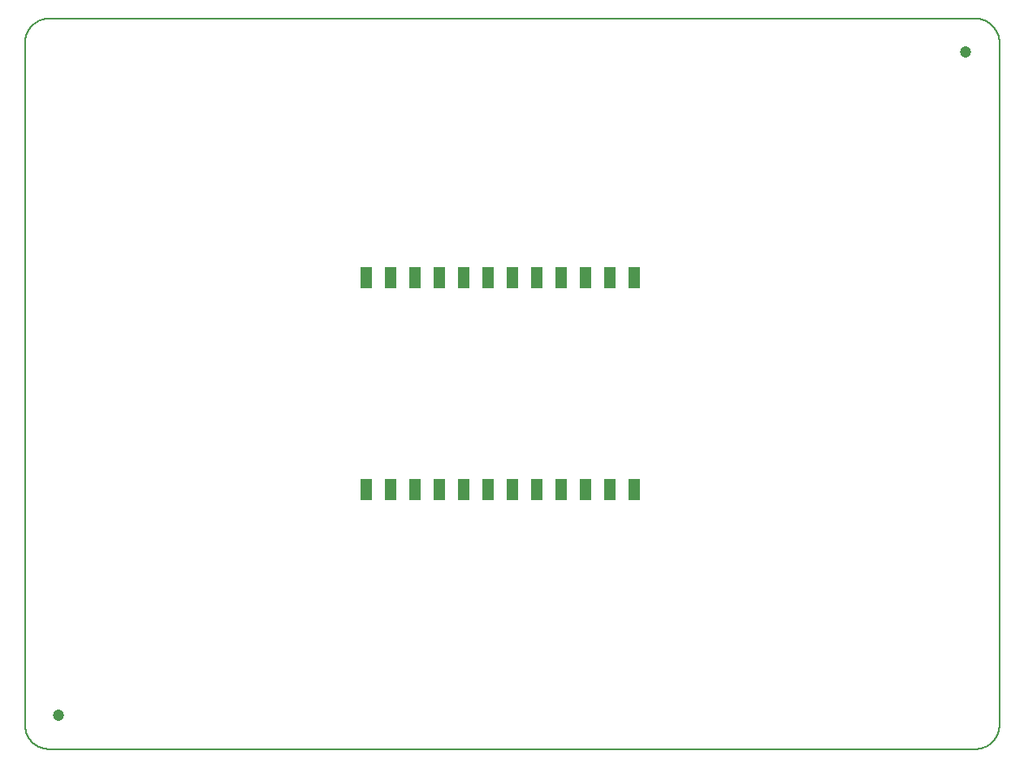
<source format=gbs>
G75*
%MOIN*%
%OFA0B0*%
%FSLAX25Y25*%
%IPPOS*%
%LPD*%
%AMOC8*
5,1,8,0,0,1.08239X$1,22.5*
%
%ADD10R,0.04737X0.08674*%
%ADD11C,0.04737*%
%ADD12C,0.00500*%
D10*
X0145000Y0111575D03*
X0155000Y0111575D03*
X0165000Y0111575D03*
X0175000Y0111575D03*
X0185000Y0111575D03*
X0195000Y0111575D03*
X0205000Y0111575D03*
X0215000Y0111575D03*
X0225000Y0111575D03*
X0235000Y0111575D03*
X0245000Y0111575D03*
X0255000Y0111575D03*
X0255000Y0198425D03*
X0245000Y0198425D03*
X0235000Y0198425D03*
X0225000Y0198425D03*
X0215000Y0198425D03*
X0205000Y0198425D03*
X0195000Y0198425D03*
X0185000Y0198425D03*
X0175000Y0198425D03*
X0165000Y0198425D03*
X0155000Y0198425D03*
X0145000Y0198425D03*
D11*
X0018780Y0018780D03*
X0391220Y0291220D03*
D12*
X0395000Y0005000D02*
X0015000Y0005000D01*
X0014758Y0005003D01*
X0014517Y0005012D01*
X0014276Y0005026D01*
X0014035Y0005047D01*
X0013795Y0005073D01*
X0013555Y0005105D01*
X0013316Y0005143D01*
X0013079Y0005186D01*
X0012842Y0005236D01*
X0012607Y0005291D01*
X0012373Y0005351D01*
X0012141Y0005418D01*
X0011910Y0005489D01*
X0011681Y0005567D01*
X0011454Y0005650D01*
X0011229Y0005738D01*
X0011006Y0005832D01*
X0010786Y0005931D01*
X0010568Y0006036D01*
X0010353Y0006145D01*
X0010140Y0006260D01*
X0009930Y0006380D01*
X0009724Y0006505D01*
X0009520Y0006635D01*
X0009319Y0006770D01*
X0009122Y0006910D01*
X0008928Y0007054D01*
X0008738Y0007203D01*
X0008552Y0007357D01*
X0008369Y0007515D01*
X0008190Y0007677D01*
X0008015Y0007844D01*
X0007844Y0008015D01*
X0007677Y0008190D01*
X0007515Y0008369D01*
X0007357Y0008552D01*
X0007203Y0008738D01*
X0007054Y0008928D01*
X0006910Y0009122D01*
X0006770Y0009319D01*
X0006635Y0009520D01*
X0006505Y0009724D01*
X0006380Y0009930D01*
X0006260Y0010140D01*
X0006145Y0010353D01*
X0006036Y0010568D01*
X0005931Y0010786D01*
X0005832Y0011006D01*
X0005738Y0011229D01*
X0005650Y0011454D01*
X0005567Y0011681D01*
X0005489Y0011910D01*
X0005418Y0012141D01*
X0005351Y0012373D01*
X0005291Y0012607D01*
X0005236Y0012842D01*
X0005186Y0013079D01*
X0005143Y0013316D01*
X0005105Y0013555D01*
X0005073Y0013795D01*
X0005047Y0014035D01*
X0005026Y0014276D01*
X0005012Y0014517D01*
X0005003Y0014758D01*
X0005000Y0015000D01*
X0005000Y0295000D01*
X0005003Y0295242D01*
X0005012Y0295483D01*
X0005026Y0295724D01*
X0005047Y0295965D01*
X0005073Y0296205D01*
X0005105Y0296445D01*
X0005143Y0296684D01*
X0005186Y0296921D01*
X0005236Y0297158D01*
X0005291Y0297393D01*
X0005351Y0297627D01*
X0005418Y0297859D01*
X0005489Y0298090D01*
X0005567Y0298319D01*
X0005650Y0298546D01*
X0005738Y0298771D01*
X0005832Y0298994D01*
X0005931Y0299214D01*
X0006036Y0299432D01*
X0006145Y0299647D01*
X0006260Y0299860D01*
X0006380Y0300070D01*
X0006505Y0300276D01*
X0006635Y0300480D01*
X0006770Y0300681D01*
X0006910Y0300878D01*
X0007054Y0301072D01*
X0007203Y0301262D01*
X0007357Y0301448D01*
X0007515Y0301631D01*
X0007677Y0301810D01*
X0007844Y0301985D01*
X0008015Y0302156D01*
X0008190Y0302323D01*
X0008369Y0302485D01*
X0008552Y0302643D01*
X0008738Y0302797D01*
X0008928Y0302946D01*
X0009122Y0303090D01*
X0009319Y0303230D01*
X0009520Y0303365D01*
X0009724Y0303495D01*
X0009930Y0303620D01*
X0010140Y0303740D01*
X0010353Y0303855D01*
X0010568Y0303964D01*
X0010786Y0304069D01*
X0011006Y0304168D01*
X0011229Y0304262D01*
X0011454Y0304350D01*
X0011681Y0304433D01*
X0011910Y0304511D01*
X0012141Y0304582D01*
X0012373Y0304649D01*
X0012607Y0304709D01*
X0012842Y0304764D01*
X0013079Y0304814D01*
X0013316Y0304857D01*
X0013555Y0304895D01*
X0013795Y0304927D01*
X0014035Y0304953D01*
X0014276Y0304974D01*
X0014517Y0304988D01*
X0014758Y0304997D01*
X0015000Y0305000D01*
X0395000Y0305000D01*
X0395242Y0304997D01*
X0395483Y0304988D01*
X0395724Y0304974D01*
X0395965Y0304953D01*
X0396205Y0304927D01*
X0396445Y0304895D01*
X0396684Y0304857D01*
X0396921Y0304814D01*
X0397158Y0304764D01*
X0397393Y0304709D01*
X0397627Y0304649D01*
X0397859Y0304582D01*
X0398090Y0304511D01*
X0398319Y0304433D01*
X0398546Y0304350D01*
X0398771Y0304262D01*
X0398994Y0304168D01*
X0399214Y0304069D01*
X0399432Y0303964D01*
X0399647Y0303855D01*
X0399860Y0303740D01*
X0400070Y0303620D01*
X0400276Y0303495D01*
X0400480Y0303365D01*
X0400681Y0303230D01*
X0400878Y0303090D01*
X0401072Y0302946D01*
X0401262Y0302797D01*
X0401448Y0302643D01*
X0401631Y0302485D01*
X0401810Y0302323D01*
X0401985Y0302156D01*
X0402156Y0301985D01*
X0402323Y0301810D01*
X0402485Y0301631D01*
X0402643Y0301448D01*
X0402797Y0301262D01*
X0402946Y0301072D01*
X0403090Y0300878D01*
X0403230Y0300681D01*
X0403365Y0300480D01*
X0403495Y0300276D01*
X0403620Y0300070D01*
X0403740Y0299860D01*
X0403855Y0299647D01*
X0403964Y0299432D01*
X0404069Y0299214D01*
X0404168Y0298994D01*
X0404262Y0298771D01*
X0404350Y0298546D01*
X0404433Y0298319D01*
X0404511Y0298090D01*
X0404582Y0297859D01*
X0404649Y0297627D01*
X0404709Y0297393D01*
X0404764Y0297158D01*
X0404814Y0296921D01*
X0404857Y0296684D01*
X0404895Y0296445D01*
X0404927Y0296205D01*
X0404953Y0295965D01*
X0404974Y0295724D01*
X0404988Y0295483D01*
X0404997Y0295242D01*
X0405000Y0295000D01*
X0405000Y0015000D01*
X0404997Y0014758D01*
X0404988Y0014517D01*
X0404974Y0014276D01*
X0404953Y0014035D01*
X0404927Y0013795D01*
X0404895Y0013555D01*
X0404857Y0013316D01*
X0404814Y0013079D01*
X0404764Y0012842D01*
X0404709Y0012607D01*
X0404649Y0012373D01*
X0404582Y0012141D01*
X0404511Y0011910D01*
X0404433Y0011681D01*
X0404350Y0011454D01*
X0404262Y0011229D01*
X0404168Y0011006D01*
X0404069Y0010786D01*
X0403964Y0010568D01*
X0403855Y0010353D01*
X0403740Y0010140D01*
X0403620Y0009930D01*
X0403495Y0009724D01*
X0403365Y0009520D01*
X0403230Y0009319D01*
X0403090Y0009122D01*
X0402946Y0008928D01*
X0402797Y0008738D01*
X0402643Y0008552D01*
X0402485Y0008369D01*
X0402323Y0008190D01*
X0402156Y0008015D01*
X0401985Y0007844D01*
X0401810Y0007677D01*
X0401631Y0007515D01*
X0401448Y0007357D01*
X0401262Y0007203D01*
X0401072Y0007054D01*
X0400878Y0006910D01*
X0400681Y0006770D01*
X0400480Y0006635D01*
X0400276Y0006505D01*
X0400070Y0006380D01*
X0399860Y0006260D01*
X0399647Y0006145D01*
X0399432Y0006036D01*
X0399214Y0005931D01*
X0398994Y0005832D01*
X0398771Y0005738D01*
X0398546Y0005650D01*
X0398319Y0005567D01*
X0398090Y0005489D01*
X0397859Y0005418D01*
X0397627Y0005351D01*
X0397393Y0005291D01*
X0397158Y0005236D01*
X0396921Y0005186D01*
X0396684Y0005143D01*
X0396445Y0005105D01*
X0396205Y0005073D01*
X0395965Y0005047D01*
X0395724Y0005026D01*
X0395483Y0005012D01*
X0395242Y0005003D01*
X0395000Y0005000D01*
M02*

</source>
